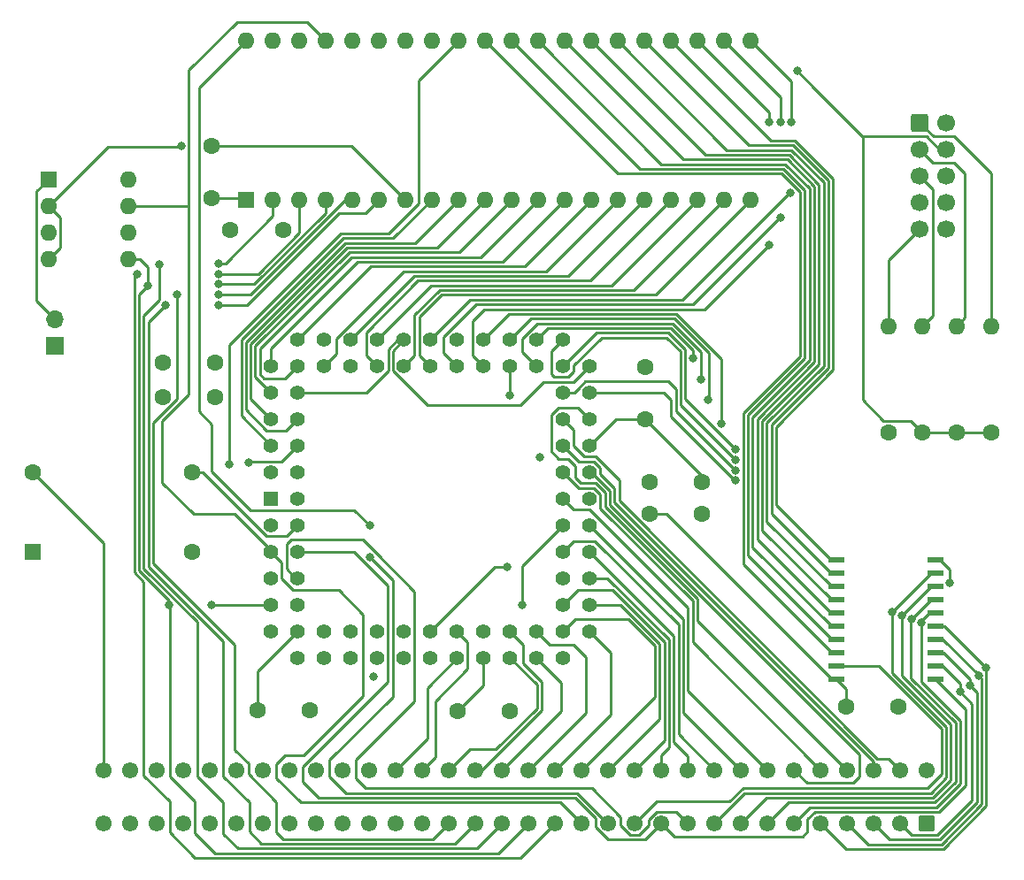
<source format=gbr>
%TF.GenerationSoftware,KiCad,Pcbnew,7.0.5*%
%TF.CreationDate,2024-01-19T11:40:42-07:00*%
%TF.ProjectId,cpu_board,6370755f-626f-4617-9264-2e6b69636164,rev?*%
%TF.SameCoordinates,Original*%
%TF.FileFunction,Copper,L1,Top*%
%TF.FilePolarity,Positive*%
%FSLAX46Y46*%
G04 Gerber Fmt 4.6, Leading zero omitted, Abs format (unit mm)*
G04 Created by KiCad (PCBNEW 7.0.5) date 2024-01-19 11:40:42*
%MOMM*%
%LPD*%
G01*
G04 APERTURE LIST*
G04 Aperture macros list*
%AMRoundRect*
0 Rectangle with rounded corners*
0 $1 Rounding radius*
0 $2 $3 $4 $5 $6 $7 $8 $9 X,Y pos of 4 corners*
0 Add a 4 corners polygon primitive as box body*
4,1,4,$2,$3,$4,$5,$6,$7,$8,$9,$2,$3,0*
0 Add four circle primitives for the rounded corners*
1,1,$1+$1,$2,$3*
1,1,$1+$1,$4,$5*
1,1,$1+$1,$6,$7*
1,1,$1+$1,$8,$9*
0 Add four rect primitives between the rounded corners*
20,1,$1+$1,$2,$3,$4,$5,0*
20,1,$1+$1,$4,$5,$6,$7,0*
20,1,$1+$1,$6,$7,$8,$9,0*
20,1,$1+$1,$8,$9,$2,$3,0*%
G04 Aperture macros list end*
%TA.AperFunction,ComponentPad*%
%ADD10O,1.600000X1.600000*%
%TD*%
%TA.AperFunction,ComponentPad*%
%ADD11C,1.600000*%
%TD*%
%TA.AperFunction,ComponentPad*%
%ADD12RoundRect,0.250000X-0.600000X-0.600000X0.600000X-0.600000X0.600000X0.600000X-0.600000X0.600000X0*%
%TD*%
%TA.AperFunction,ComponentPad*%
%ADD13C,1.700000*%
%TD*%
%TA.AperFunction,ComponentPad*%
%ADD14R,1.700000X1.700000*%
%TD*%
%TA.AperFunction,ComponentPad*%
%ADD15O,1.700000X1.700000*%
%TD*%
%TA.AperFunction,ComponentPad*%
%ADD16R,1.422400X1.422400*%
%TD*%
%TA.AperFunction,ComponentPad*%
%ADD17C,1.422400*%
%TD*%
%TA.AperFunction,SMDPad,CuDef*%
%ADD18R,1.500000X0.600000*%
%TD*%
%TA.AperFunction,ComponentPad*%
%ADD19R,1.600000X1.600000*%
%TD*%
%TA.AperFunction,ComponentPad*%
%ADD20C,1.550000*%
%TD*%
%TA.AperFunction,ComponentPad*%
%ADD21RoundRect,0.249999X0.525001X0.525001X-0.525001X0.525001X-0.525001X-0.525001X0.525001X-0.525001X0*%
%TD*%
%TA.AperFunction,ViaPad*%
%ADD22C,0.800000*%
%TD*%
%TA.AperFunction,Conductor*%
%ADD23C,0.250000*%
%TD*%
G04 APERTURE END LIST*
D10*
%TO.P,R4,2*%
%TO.N,/JTAG.TCK*%
X153050000Y-112920000D03*
D11*
%TO.P,R4,1*%
%TO.N,VCC*%
X153050000Y-123080000D03*
%TD*%
D10*
%TO.P,R3,2*%
%TO.N,/JTAG.TDO*%
X149750000Y-112920000D03*
D11*
%TO.P,R3,1*%
%TO.N,VCC*%
X149750000Y-123080000D03*
%TD*%
D10*
%TO.P,R2,2*%
%TO.N,/JTAG.TMS*%
X146500000Y-112920000D03*
D11*
%TO.P,R2,1*%
%TO.N,VCC*%
X146500000Y-123080000D03*
%TD*%
D10*
%TO.P,R1,2*%
%TO.N,/JTAG.TDI*%
X143250000Y-112920000D03*
D11*
%TO.P,R1,1*%
%TO.N,GND*%
X143250000Y-123080000D03*
%TD*%
D12*
%TO.P,J3,1,TCK*%
%TO.N,/JTAG.TCK*%
X146250000Y-93460000D03*
D13*
%TO.P,J3,2,GND*%
%TO.N,GND*%
X148790000Y-93460000D03*
%TO.P,J3,3,TDO*%
%TO.N,/JTAG.TDO*%
X146250000Y-96000000D03*
%TO.P,J3,4,VCC*%
%TO.N,VCC*%
X148790000Y-96000000D03*
%TO.P,J3,5,TMS*%
%TO.N,/JTAG.TMS*%
X146250000Y-98540000D03*
%TO.P,J3,6,NC*%
%TO.N,unconnected-(J3-NC-Pad6)*%
X148790000Y-98540000D03*
%TO.P,J3,7,NC*%
%TO.N,unconnected-(J3-NC-Pad7)*%
X146250000Y-101080000D03*
%TO.P,J3,8,NC*%
%TO.N,unconnected-(J3-NC-Pad8)*%
X148790000Y-101080000D03*
%TO.P,J3,9,TDI*%
%TO.N,/JTAG.TDI*%
X146250000Y-103620000D03*
%TO.P,J3,10,GND*%
%TO.N,GND*%
X148790000Y-103620000D03*
%TD*%
D14*
%TO.P,SW1,1,1*%
%TO.N,GND*%
X63500000Y-114775000D03*
D15*
%TO.P,SW1,2,2*%
%TO.N,Net-(U3-~{MR})*%
X63500000Y-112235000D03*
%TD*%
D16*
%TO.P,U1,1,GCLR1*%
%TO.N,unconnected-(U1-GCLR1-Pad1)*%
X84160000Y-129440000D03*
D17*
%TO.P,U1,2,GCLK2*%
%TO.N,unconnected-(U1-GCLK2-Pad2)*%
X86700000Y-129440000D03*
%TO.P,U1,3,VCC^{INT}*%
%TO.N,VCC*%
X84160000Y-131980000D03*
%TO.P,U1,4,CLK*%
%TO.N,CLK^{MMU}*%
X86700000Y-131980000D03*
%TO.P,U1,5,~{RES}*%
%TO.N,~{RES}*%
X84160000Y-134520000D03*
%TO.P,U1,6,R/~{W}*%
%TO.N,R{slash}~{W}*%
X86700000Y-134520000D03*
%TO.P,U1,7,GND*%
%TO.N,GND*%
X84160000Y-137060000D03*
%TO.P,U1,8,IOSEL*%
%TO.N,IOSEL*%
X86700000Y-137060000D03*
%TO.P,U1,9,~{INT}^{mem}*%
%TO.N,~{FIRQ}*%
X84160000Y-139600000D03*
%TO.P,U1,10,E*%
%TO.N,CLK^{E}*%
X86700000Y-139600000D03*
%TO.P,U1,11,Q*%
%TO.N,CLK^{Q}*%
X84160000Y-142140000D03*
%TO.P,U1,12,NC*%
%TO.N,unconnected-(U1-NC-Pad12)*%
X86700000Y-144680000D03*
%TO.P,U1,13,VCC^{IO}*%
%TO.N,VCC*%
X86700000Y-142140000D03*
%TO.P,U1,14,JTAG^{TDI}*%
%TO.N,/JTAG.TDI*%
X89240000Y-144680000D03*
%TO.P,U1,15,NC*%
%TO.N,unconnected-(U1-NC-Pad15)*%
X89240000Y-142140000D03*
%TO.P,U1,16,NC*%
%TO.N,unconnected-(U1-NC-Pad16)*%
X91780000Y-144680000D03*
%TO.P,U1,17,NC*%
%TO.N,unconnected-(U1-NC-Pad17)*%
X91780000Y-142140000D03*
%TO.P,U1,18,NC*%
%TO.N,unconnected-(U1-NC-Pad18)*%
X94320000Y-144680000D03*
%TO.P,U1,19,GND*%
%TO.N,GND*%
X94320000Y-142140000D03*
%TO.P,U1,20,NC*%
%TO.N,unconnected-(U1-NC-Pad20)*%
X96860000Y-144680000D03*
%TO.P,U1,21,NC*%
%TO.N,unconnected-(U1-NC-Pad21)*%
X96860000Y-142140000D03*
%TO.P,U1,22,NC*%
%TO.N,unconnected-(U1-NC-Pad22)*%
X99400000Y-144680000D03*
%TO.P,U1,23,JTAG^{TMS}*%
%TO.N,/JTAG.TMS*%
X99400000Y-142140000D03*
%TO.P,U1,24,A^{OUT}19*%
%TO.N,ADDR^{BUS}19*%
X101940000Y-144680000D03*
%TO.P,U1,25,A^{OUT}18*%
%TO.N,ADDR^{BUS}18*%
X101940000Y-142140000D03*
%TO.P,U1,26,VCC^{IO}*%
%TO.N,VCC*%
X104480000Y-144680000D03*
%TO.P,U1,27,NC*%
%TO.N,unconnected-(U1-NC-Pad27)*%
X104480000Y-142140000D03*
%TO.P,U1,28,A^{OUT}17*%
%TO.N,ADDR^{BUS}17*%
X107020000Y-144680000D03*
%TO.P,U1,29,A^{OUT}16*%
%TO.N,ADDR^{BUS}16*%
X107020000Y-142140000D03*
%TO.P,U1,30,A^{OUT}15*%
%TO.N,ADDR^{BUS}15*%
X109560000Y-144680000D03*
%TO.P,U1,31,A^{OUT}14*%
%TO.N,ADDR^{BUS}14*%
X109560000Y-142140000D03*
%TO.P,U1,32,GND*%
%TO.N,GND*%
X112100000Y-144680000D03*
%TO.P,U1,33,A^{OUT}13*%
%TO.N,ADDR^{BUS}13*%
X114640000Y-142140000D03*
%TO.P,U1,34,A^{OUT}12*%
%TO.N,ADDR^{BUS}12*%
X112100000Y-142140000D03*
%TO.P,U1,35,A^{OUT}11*%
%TO.N,ADDR^{BUS}11*%
X114640000Y-139600000D03*
%TO.P,U1,36,A^{OUT}10*%
%TO.N,ADDR^{BUS}10*%
X112100000Y-139600000D03*
%TO.P,U1,37,A^{OUT}9*%
%TO.N,ADDR^{BUS}9*%
X114640000Y-137060000D03*
%TO.P,U1,38,VCC^{IO}*%
%TO.N,VCC*%
X112100000Y-137060000D03*
%TO.P,U1,39,A^{OUT}8*%
%TO.N,ADDR^{BUS}8*%
X114640000Y-134520000D03*
%TO.P,U1,40,A^{OUT}7*%
%TO.N,ADDR^{BUS}7*%
X112100000Y-134520000D03*
%TO.P,U1,41,A^{OUT}6*%
%TO.N,ADDR^{BUS}6*%
X114640000Y-131980000D03*
%TO.P,U1,42,GND*%
%TO.N,GND*%
X112100000Y-131980000D03*
%TO.P,U1,43,VCC^{INT}*%
%TO.N,VCC*%
X114640000Y-129440000D03*
%TO.P,U1,44,A^{OUT}5*%
%TO.N,ADDR^{BUS}5*%
X112100000Y-129440000D03*
%TO.P,U1,45,A^{OUT}4*%
%TO.N,ADDR^{BUS}4*%
X114640000Y-126900000D03*
%TO.P,U1,46,A^{OUT}3*%
%TO.N,ADDR^{BUS}3*%
X112100000Y-126900000D03*
%TO.P,U1,47,GND*%
%TO.N,GND*%
X114640000Y-124360000D03*
%TO.P,U1,48,A^{OUT}2*%
%TO.N,ADDR^{BUS}1*%
X112100000Y-124360000D03*
%TO.P,U1,49,A^{OUT}1*%
%TO.N,ADDR^{BUS}2*%
X114640000Y-121820000D03*
%TO.P,U1,50,A^{OUT}0*%
%TO.N,ADDR^{BUS}0*%
X112100000Y-121820000D03*
%TO.P,U1,51,D7*%
%TO.N,DATA^{BUS}7*%
X114640000Y-119280000D03*
%TO.P,U1,52,D6*%
%TO.N,DATA^{BUS}6*%
X112100000Y-119280000D03*
%TO.P,U1,53,VCC^{IO}*%
%TO.N,VCC*%
X114640000Y-116740000D03*
%TO.P,U1,54,D5*%
%TO.N,DATA^{BUS}5*%
X112100000Y-114200000D03*
%TO.P,U1,55,D4*%
%TO.N,DATA^{BUS}4*%
X112100000Y-116740000D03*
%TO.P,U1,56,D3*%
%TO.N,DATA^{BUS}3*%
X109560000Y-114200000D03*
%TO.P,U1,57,D2*%
%TO.N,DATA^{BUS}2*%
X109560000Y-116740000D03*
%TO.P,U1,58,D1*%
%TO.N,DATA^{BUS}1*%
X107020000Y-114200000D03*
%TO.P,U1,59,GND*%
%TO.N,GND*%
X107020000Y-116740000D03*
%TO.P,U1,60,D0*%
%TO.N,DATA^{BUS}0*%
X104480000Y-114200000D03*
%TO.P,U1,61,A^{IN}15*%
%TO.N,ADDR^{MPU}15*%
X104480000Y-116740000D03*
%TO.P,U1,62,JTAG^{TCK}*%
%TO.N,/JTAG.TCK*%
X101940000Y-114200000D03*
%TO.P,U1,63,A^{IN}14*%
%TO.N,ADDR^{MPU}14*%
X101940000Y-116740000D03*
%TO.P,U1,64,A^{IN}13*%
%TO.N,ADDR^{MPU}13*%
X99400000Y-114200000D03*
%TO.P,U1,65,A^{IN}12*%
%TO.N,ADDR^{MPU}12*%
X99400000Y-116740000D03*
%TO.P,U1,66,VCC^{IO}*%
%TO.N,VCC*%
X96860000Y-114200000D03*
%TO.P,U1,67,A^{IN}11*%
%TO.N,ADDR^{MPU}11*%
X96860000Y-116740000D03*
%TO.P,U1,68,A^{IN}10*%
%TO.N,ADDR^{MPU}10*%
X94320000Y-114200000D03*
%TO.P,U1,69,A^{IN}9*%
%TO.N,ADDR^{MPU}9*%
X94320000Y-116740000D03*
%TO.P,U1,70,A^{IN}8*%
%TO.N,ADDR^{MPU}8*%
X91780000Y-114200000D03*
%TO.P,U1,71,JTAG^{TDO}*%
%TO.N,/JTAG.TDO*%
X91780000Y-116740000D03*
%TO.P,U1,72,GND*%
%TO.N,GND*%
X89240000Y-114200000D03*
%TO.P,U1,73,A^{IN}7*%
%TO.N,ADDR^{MPU}7*%
X89240000Y-116740000D03*
%TO.P,U1,74,A^{IN}6*%
%TO.N,ADDR^{MPU}6*%
X86700000Y-114200000D03*
%TO.P,U1,75,A^{IN}5*%
%TO.N,ADDR^{MPU}5*%
X84160000Y-116740000D03*
%TO.P,U1,76,A^{IN}4*%
%TO.N,ADDR^{MPU}4*%
X86700000Y-116740000D03*
%TO.P,U1,77,A^{IN}3*%
%TO.N,ADDR^{MPU}3*%
X84160000Y-119280000D03*
%TO.P,U1,78,VCC^{IO}*%
%TO.N,VCC*%
X86700000Y-119280000D03*
%TO.P,U1,79,A^{IN}2*%
%TO.N,ADDR^{MPU}2*%
X84160000Y-121820000D03*
%TO.P,U1,80,A^{IN}1*%
%TO.N,ADDR^{MPU}1*%
X86700000Y-121820000D03*
%TO.P,U1,81,A^{IN}0*%
%TO.N,ADDR^{MPU}0*%
X84160000Y-124360000D03*
%TO.P,U1,82,GND*%
%TO.N,GND*%
X86700000Y-124360000D03*
%TO.P,U1,83,GLCK1*%
%TO.N,unconnected-(U1-GLCK1-Pad83)*%
X84160000Y-126900000D03*
%TO.P,U1,84,GOE1*%
%TO.N,unconnected-(U1-GOE1-Pad84)*%
X86700000Y-126900000D03*
%TD*%
D18*
%TO.P,U5,1,~{ba}/ab*%
%TO.N,R{slash}~{W}*%
X147750000Y-146715000D03*
%TO.P,U5,2,A0*%
%TO.N,DATA^{BUS}0*%
X147750000Y-145445000D03*
%TO.P,U5,3,A1*%
%TO.N,DATA^{BUS}1*%
X147750000Y-144175000D03*
%TO.P,U5,4,A2*%
%TO.N,DATA^{BUS}2*%
X147750000Y-142905000D03*
%TO.P,U5,5,A3*%
%TO.N,DATA^{BUS}3*%
X147750000Y-141635000D03*
%TO.P,U5,6,A4*%
%TO.N,DATA^{BUS}4*%
X147750000Y-140365000D03*
%TO.P,U5,7,A5*%
%TO.N,DATA^{BUS}5*%
X147750000Y-139095000D03*
%TO.P,U5,8,A6*%
%TO.N,DATA^{BUS}6*%
X147750000Y-137825000D03*
%TO.P,U5,9,A7*%
%TO.N,DATA^{BUS}7*%
X147750000Y-136555000D03*
%TO.P,U5,10,GND*%
%TO.N,GND*%
X147750000Y-135285000D03*
%TO.P,U5,11,B7*%
%TO.N,DATA^{MPU}7*%
X138250000Y-135285000D03*
%TO.P,U5,12,B6*%
%TO.N,DATA^{MPU}6*%
X138250000Y-136555000D03*
%TO.P,U5,13,B5*%
%TO.N,DATA^{MPU}5*%
X138250000Y-137825000D03*
%TO.P,U5,14,B4*%
%TO.N,DATA^{MPU}4*%
X138250000Y-139095000D03*
%TO.P,U5,15,B3*%
%TO.N,DATA^{MPU}3*%
X138250000Y-140365000D03*
%TO.P,U5,16,B2*%
%TO.N,DATA^{MPU}2*%
X138250000Y-141635000D03*
%TO.P,U5,17,B1*%
%TO.N,DATA^{MPU}1*%
X138250000Y-142905000D03*
%TO.P,U5,18,B0*%
%TO.N,DATA^{MPU}0*%
X138250000Y-144175000D03*
%TO.P,U5,19,CE*%
%TO.N,CLK^{E}*%
X138250000Y-145445000D03*
%TO.P,U5,20,VCC*%
%TO.N,VCC*%
X138250000Y-146715000D03*
%TD*%
D11*
%TO.P,C6,2*%
%TO.N,GND*%
X107000000Y-149750000D03*
%TO.P,C6,1*%
%TO.N,VCC*%
X102000000Y-149750000D03*
%TD*%
%TO.P,C5,1*%
%TO.N,VCC*%
X78800000Y-119700000D03*
%TO.P,C5,2*%
%TO.N,GND*%
X73800000Y-119700000D03*
%TD*%
D19*
%TO.P,U3,1,~{MR}*%
%TO.N,Net-(U3-~{MR})*%
X62880000Y-98880000D03*
D10*
%TO.P,U3,2,VCC*%
%TO.N,VCC*%
X62880000Y-101420000D03*
%TO.P,U3,3,GND*%
%TO.N,GND*%
X62880000Y-103960000D03*
%TO.P,U3,4,PFI*%
%TO.N,VCC*%
X62880000Y-106500000D03*
%TO.P,U3,5,~{PFO}*%
%TO.N,~{FIRQ}*%
X70500000Y-106500000D03*
%TO.P,U3,6,WDI*%
%TO.N,unconnected-(U3-WDI-Pad6)*%
X70500000Y-103960000D03*
%TO.P,U3,7,~{RES}*%
%TO.N,~{RES}*%
X70500000Y-101420000D03*
%TO.P,U3,8,~{WDO}*%
%TO.N,unconnected-(U3-~{WDO}-Pad8)*%
X70500000Y-98880000D03*
%TD*%
D11*
%TO.P,C10,1*%
%TO.N,GND*%
X78475000Y-100685000D03*
%TO.P,C10,2*%
%TO.N,VCC*%
X78475000Y-95685000D03*
%TD*%
D20*
%TO.P,J1,1,GND*%
%TO.N,GND*%
X146898254Y-155425903D03*
%TO.P,J1,2,A0*%
%TO.N,ADDR^{BUS}0*%
X144358254Y-155425903D03*
%TO.P,J1,3,A1*%
%TO.N,ADDR^{BUS}1*%
X141818254Y-155425903D03*
%TO.P,J1,4,A2*%
%TO.N,ADDR^{BUS}2*%
X139278254Y-155425903D03*
%TO.P,J1,5,A3*%
%TO.N,ADDR^{BUS}3*%
X136738254Y-155425903D03*
%TO.P,J1,6,A4*%
%TO.N,ADDR^{BUS}4*%
X134198254Y-155425903D03*
%TO.P,J1,7,A5*%
%TO.N,ADDR^{BUS}5*%
X131658254Y-155425903D03*
%TO.P,J1,8,A6*%
%TO.N,ADDR^{BUS}6*%
X129118254Y-155425903D03*
%TO.P,J1,9,A7*%
%TO.N,ADDR^{BUS}7*%
X126578254Y-155425903D03*
%TO.P,J1,10,A8*%
%TO.N,ADDR^{BUS}8*%
X124038254Y-155425903D03*
%TO.P,J1,11,A9*%
%TO.N,ADDR^{BUS}9*%
X121498254Y-155425903D03*
%TO.P,J1,12,A10*%
%TO.N,ADDR^{BUS}10*%
X118958254Y-155425903D03*
%TO.P,J1,13,A11*%
%TO.N,ADDR^{BUS}11*%
X116418254Y-155425903D03*
%TO.P,J1,14,A12*%
%TO.N,ADDR^{BUS}12*%
X113878254Y-155425903D03*
%TO.P,J1,15,A13*%
%TO.N,ADDR^{BUS}13*%
X111338254Y-155425903D03*
%TO.P,J1,16,A14*%
%TO.N,ADDR^{BUS}14*%
X108798254Y-155425903D03*
%TO.P,J1,17,A15*%
%TO.N,ADDR^{BUS}15*%
X106258254Y-155425903D03*
%TO.P,J1,18,A16*%
%TO.N,ADDR^{BUS}16*%
X103718254Y-155425903D03*
%TO.P,J1,19,A17*%
%TO.N,ADDR^{BUS}17*%
X101178254Y-155425903D03*
%TO.P,J1,20,A18*%
%TO.N,ADDR^{BUS}18*%
X98638254Y-155425903D03*
%TO.P,J1,21,A19*%
%TO.N,ADDR^{BUS}19*%
X96098254Y-155425903D03*
%TO.P,J1,22*%
%TO.N,unconnected-(J1-Pad22)*%
X93558254Y-155425903D03*
%TO.P,J1,23*%
%TO.N,unconnected-(J1-Pad23)*%
X91018254Y-155425903D03*
%TO.P,J1,24*%
%TO.N,unconnected-(J1-Pad24)*%
X88478254Y-155425903D03*
%TO.P,J1,25*%
%TO.N,unconnected-(J1-Pad25)*%
X85938254Y-155425903D03*
%TO.P,J1,26*%
%TO.N,unconnected-(J1-Pad26)*%
X83398254Y-155425903D03*
%TO.P,J1,27*%
%TO.N,unconnected-(J1-Pad27)*%
X80858254Y-155425903D03*
%TO.P,J1,28*%
%TO.N,unconnected-(J1-Pad28)*%
X78318254Y-155425903D03*
%TO.P,J1,29*%
%TO.N,unconnected-(J1-Pad29)*%
X75778254Y-155425903D03*
%TO.P,J1,30*%
%TO.N,unconnected-(J1-Pad30)*%
X73238254Y-155425903D03*
%TO.P,J1,31*%
%TO.N,unconnected-(J1-Pad31)*%
X70698254Y-155425903D03*
%TO.P,J1,32,VCC*%
%TO.N,VCC*%
X68158254Y-155425903D03*
%TO.P,J1,33,VCC*%
X68158254Y-160505903D03*
%TO.P,J1,34*%
%TO.N,unconnected-(J1-Pad34)*%
X70698254Y-160505903D03*
%TO.P,J1,35*%
%TO.N,unconnected-(J1-Pad35)*%
X73238254Y-160505903D03*
%TO.P,J1,36,i^{2}C^{SDA}*%
%TO.N,unconnected-(J1-i^{2}C^{SDA}-Pad36)*%
X75778254Y-160505903D03*
%TO.P,J1,37,i^{2}C^{SCL}*%
%TO.N,unconnected-(J1-i^{2}C^{SCL}-Pad37)*%
X78318254Y-160505903D03*
%TO.P,J1,38,SPI^{~{CS}A2}*%
%TO.N,unconnected-(J1-SPI^{~{CS}A2}-Pad38)*%
X80858254Y-160505903D03*
%TO.P,J1,39,SPI^{~{CS}A1}*%
%TO.N,unconnected-(J1-SPI^{~{CS}A1}-Pad39)*%
X83398254Y-160505903D03*
%TO.P,J1,40,SPI^{~{CS}A0}*%
%TO.N,unconnected-(J1-SPI^{~{CS}A0}-Pad40)*%
X85938254Y-160505903D03*
%TO.P,J1,41,SPI^{CLK}*%
%TO.N,unconnected-(J1-SPI^{CLK}-Pad41)*%
X88478254Y-160505903D03*
%TO.P,J1,42,SPI^{MISO}*%
%TO.N,unconnected-(J1-SPI^{MISO}-Pad42)*%
X91018254Y-160505903D03*
%TO.P,J1,43,SPI^{MOSI}*%
%TO.N,unconnected-(J1-SPI^{MOSI}-Pad43)*%
X93558254Y-160505903D03*
%TO.P,J1,44,CON^{TX}*%
%TO.N,unconnected-(J1-CON^{TX}-Pad44)*%
X96098254Y-160505903D03*
%TO.P,J1,45,CON^{RX}*%
%TO.N,unconnected-(J1-CON^{RX}-Pad45)*%
X98638254Y-160505903D03*
%TO.P,J1,46,B^{STAT}*%
%TO.N,B^{STAT}*%
X101178254Y-160505903D03*
%TO.P,J1,47,B^{AVAIL}*%
%TO.N,B^{AVAIL}*%
X103718254Y-160505903D03*
%TO.P,J1,48,~{NMI}*%
%TO.N,~{NMI}*%
X106258254Y-160505903D03*
%TO.P,J1,49,~{FIRQ}*%
%TO.N,~{FIRQ}*%
X108798254Y-160505903D03*
%TO.P,J1,50,~{IRQ}*%
%TO.N,~{IRQ}*%
X111338254Y-160505903D03*
%TO.P,J1,51,~{RESET}*%
%TO.N,~{RES}*%
X113878254Y-160505903D03*
%TO.P,J1,52,~{HALT}*%
%TO.N,~{HALT}*%
X116418254Y-160505903D03*
%TO.P,J1,53,CLK^{MCU}*%
%TO.N,CLK^{E}*%
X118958254Y-160505903D03*
%TO.P,J1,54,R/~{W}*%
%TO.N,R{slash}~{W}*%
X121498254Y-160505903D03*
%TO.P,J1,55,IOSEL*%
%TO.N,IOSEL*%
X124038254Y-160505903D03*
%TO.P,J1,56,D7*%
%TO.N,DATA^{BUS}7*%
X126578254Y-160505903D03*
%TO.P,J1,57,D6*%
%TO.N,DATA^{BUS}6*%
X129118254Y-160505903D03*
%TO.P,J1,58,D5*%
%TO.N,DATA^{BUS}5*%
X131658254Y-160505903D03*
%TO.P,J1,59,D4*%
%TO.N,DATA^{BUS}4*%
X134198254Y-160505903D03*
%TO.P,J1,60,D3*%
%TO.N,DATA^{BUS}3*%
X136738254Y-160505903D03*
%TO.P,J1,61,D2*%
%TO.N,DATA^{BUS}2*%
X139278254Y-160505903D03*
%TO.P,J1,62,D1*%
%TO.N,DATA^{BUS}1*%
X141818254Y-160505903D03*
%TO.P,J1,63,D0*%
%TO.N,DATA^{BUS}0*%
X144358254Y-160505903D03*
D21*
%TO.P,J1,64,GND*%
%TO.N,GND*%
X146898254Y-160505903D03*
%TD*%
D11*
%TO.P,C3,1*%
%TO.N,VCC*%
X85300000Y-103700000D03*
%TO.P,C3,2*%
%TO.N,GND*%
X80300000Y-103700000D03*
%TD*%
%TO.P,C2,1*%
%TO.N,VCC*%
X78800000Y-116400000D03*
%TO.P,C2,2*%
%TO.N,GND*%
X73800000Y-116400000D03*
%TD*%
%TO.P,C7,1*%
%TO.N,VCC*%
X82900000Y-149700000D03*
%TO.P,C7,2*%
%TO.N,GND*%
X87900000Y-149700000D03*
%TD*%
D19*
%TO.P,U2,1,GND*%
%TO.N,GND*%
X81775000Y-100825000D03*
D10*
%TO.P,U2,2,~{NMI}*%
%TO.N,~{NMI}*%
X84315000Y-100825000D03*
%TO.P,U2,3,~{IRQ}*%
%TO.N,~{IRQ}*%
X86855000Y-100825000D03*
%TO.P,U2,4,~{FIRQ}*%
%TO.N,~{FIRQ}*%
X89395000Y-100825000D03*
%TO.P,U2,5,B^{STAT}*%
%TO.N,B^{STAT}*%
X91935000Y-100825000D03*
%TO.P,U2,6,B^{AVAIL}*%
%TO.N,B^{AVAIL}*%
X94475000Y-100825000D03*
%TO.P,U2,7,VCC*%
%TO.N,VCC*%
X97015000Y-100825000D03*
%TO.P,U2,8,A0*%
%TO.N,ADDR^{MPU}0*%
X99555000Y-100825000D03*
%TO.P,U2,9,A1*%
%TO.N,ADDR^{MPU}1*%
X102095000Y-100825000D03*
%TO.P,U2,10,A2*%
%TO.N,ADDR^{MPU}2*%
X104635000Y-100825000D03*
%TO.P,U2,11,A3*%
%TO.N,ADDR^{MPU}3*%
X107175000Y-100825000D03*
%TO.P,U2,12,A4*%
%TO.N,ADDR^{MPU}4*%
X109715000Y-100825000D03*
%TO.P,U2,13,A5*%
%TO.N,ADDR^{MPU}5*%
X112255000Y-100825000D03*
%TO.P,U2,14,A6*%
%TO.N,ADDR^{MPU}6*%
X114795000Y-100825000D03*
%TO.P,U2,15,A7*%
%TO.N,ADDR^{MPU}7*%
X117335000Y-100825000D03*
%TO.P,U2,16,A8*%
%TO.N,ADDR^{MPU}8*%
X119875000Y-100825000D03*
%TO.P,U2,17,A9*%
%TO.N,ADDR^{MPU}9*%
X122415000Y-100825000D03*
%TO.P,U2,18,A10*%
%TO.N,ADDR^{MPU}10*%
X124955000Y-100825000D03*
%TO.P,U2,19,A11*%
%TO.N,ADDR^{MPU}11*%
X127495000Y-100825000D03*
%TO.P,U2,20,A12*%
%TO.N,ADDR^{MPU}12*%
X130035000Y-100825000D03*
%TO.P,U2,21,A13*%
%TO.N,ADDR^{MPU}13*%
X130035000Y-85585000D03*
%TO.P,U2,22,A14*%
%TO.N,ADDR^{MPU}14*%
X127495000Y-85585000D03*
%TO.P,U2,23,A15*%
%TO.N,ADDR^{MPU}15*%
X124955000Y-85585000D03*
%TO.P,U2,24,D7*%
%TO.N,DATA^{MPU}7*%
X122415000Y-85585000D03*
%TO.P,U2,25,D6*%
%TO.N,DATA^{MPU}6*%
X119875000Y-85585000D03*
%TO.P,U2,26,D5*%
%TO.N,DATA^{MPU}5*%
X117335000Y-85585000D03*
%TO.P,U2,27,D4*%
%TO.N,DATA^{MPU}4*%
X114795000Y-85585000D03*
%TO.P,U2,28,D3*%
%TO.N,DATA^{MPU}3*%
X112255000Y-85585000D03*
%TO.P,U2,29,D2*%
%TO.N,DATA^{MPU}2*%
X109715000Y-85585000D03*
%TO.P,U2,30,D1*%
%TO.N,DATA^{MPU}1*%
X107175000Y-85585000D03*
%TO.P,U2,31,D0*%
%TO.N,DATA^{MPU}0*%
X104635000Y-85585000D03*
%TO.P,U2,32,R/~{W}*%
%TO.N,R{slash}~{W}*%
X102095000Y-85585000D03*
%TO.P,U2,33,BUSY*%
%TO.N,unconnected-(U2-BUSY-Pad33)*%
X99555000Y-85585000D03*
%TO.P,U2,34,E*%
%TO.N,CLK^{E}*%
X97015000Y-85585000D03*
%TO.P,U2,35,Q*%
%TO.N,CLK^{Q}*%
X94475000Y-85585000D03*
%TO.P,U2,36,AVMA*%
%TO.N,unconnected-(U2-AVMA-Pad36)*%
X91935000Y-85585000D03*
%TO.P,U2,37,~{RESET}*%
%TO.N,~{RES}*%
X89395000Y-85585000D03*
%TO.P,U2,38,LIC*%
%TO.N,unconnected-(U2-LIC-Pad38)*%
X86855000Y-85585000D03*
%TO.P,U2,39,TSC*%
%TO.N,unconnected-(U2-TSC-Pad39)*%
X84315000Y-85585000D03*
%TO.P,U2,40,~{HALT}*%
%TO.N,~{HALT}*%
X81775000Y-85585000D03*
%TD*%
D11*
%TO.P,C11,1*%
%TO.N,GND*%
X144200000Y-149300000D03*
%TO.P,C11,2*%
%TO.N,VCC*%
X139200000Y-149300000D03*
%TD*%
D19*
%TO.P,X2,1,EN*%
%TO.N,unconnected-(X2-EN-Pad1)*%
X61380000Y-134510000D03*
D11*
%TO.P,X2,7,GND*%
%TO.N,GND*%
X76620000Y-134510000D03*
%TO.P,X2,8,OUT*%
%TO.N,CLK^{MMU}*%
X76620000Y-126890000D03*
%TO.P,X2,14,Vcc*%
%TO.N,VCC*%
X61380000Y-126890000D03*
%TD*%
%TO.P,C9,1*%
%TO.N,VCC*%
X120400000Y-127800000D03*
%TO.P,C9,2*%
%TO.N,GND*%
X125400000Y-127800000D03*
%TD*%
%TO.P,C4,1*%
%TO.N,VCC*%
X120000000Y-116800000D03*
%TO.P,C4,2*%
%TO.N,GND*%
X120000000Y-121800000D03*
%TD*%
%TO.P,C8,1*%
%TO.N,VCC*%
X120400000Y-130900000D03*
%TO.P,C8,2*%
%TO.N,GND*%
X125400000Y-130900000D03*
%TD*%
D22*
%TO.N,VCC*%
X75575500Y-95685000D03*
X134500000Y-88500000D03*
%TO.N,GND*%
X149098754Y-137495062D03*
X108200000Y-139600000D03*
X109900000Y-125500000D03*
X82000000Y-126000000D03*
X107000000Y-119500000D03*
X94000000Y-146500000D03*
%TO.N,R{slash}~{W}*%
X80200000Y-126165500D03*
%TO.N,~{FIRQ}*%
X74419503Y-139580497D03*
X79200000Y-108900497D03*
X78500000Y-139600000D03*
X72400000Y-108999503D03*
%TO.N,~{NMI}*%
X73500000Y-107000000D03*
X79200000Y-106900000D03*
%TO.N,~{IRQ}*%
X71400000Y-107900000D03*
X79200000Y-107900994D03*
%TO.N,B^{STAT}*%
X75200000Y-109900000D03*
X79200000Y-109900000D03*
%TO.N,B^{AVAIL}*%
X79200000Y-110899503D03*
X74100000Y-110899503D03*
%TO.N,~{HALT}*%
X93600000Y-132000000D03*
X93600000Y-135000000D03*
%TO.N,DATA^{BUS}0*%
X127237701Y-122262299D03*
X150100000Y-147900000D03*
%TO.N,DATA^{BUS}1*%
X126000000Y-120000000D03*
X151001996Y-147264001D03*
%TO.N,DATA^{BUS}2*%
X125300000Y-118000000D03*
X151875500Y-146400000D03*
%TO.N,DATA^{BUS}3*%
X152600000Y-145637918D03*
X124524500Y-116000000D03*
%TO.N,DATA^{BUS}4*%
X146400000Y-141300000D03*
X128625500Y-124700000D03*
%TO.N,DATA^{BUS}5*%
X128600000Y-125700000D03*
X145435863Y-140950949D03*
%TO.N,DATA^{BUS}6*%
X144500000Y-140600000D03*
X128600000Y-126699503D03*
%TO.N,DATA^{BUS}7*%
X143559914Y-140260524D03*
X128600000Y-127699006D03*
%TO.N,/JTAG.TMS*%
X106800000Y-135999500D03*
%TO.N,ADDR^{MPU}15*%
X131800000Y-105100000D03*
X131800000Y-93363059D03*
%TO.N,ADDR^{MPU}14*%
X132900000Y-102500000D03*
X132900000Y-93400000D03*
%TO.N,ADDR^{MPU}13*%
X133900000Y-93400000D03*
X133837701Y-100162299D03*
%TD*%
D23*
%TO.N,VCC*%
X102000000Y-149750000D02*
X104480000Y-147270000D01*
X104480000Y-147270000D02*
X104480000Y-144680000D01*
%TO.N,ADDR^{BUS}16*%
X110050000Y-146950000D02*
X108300000Y-145200000D01*
X108300000Y-145200000D02*
X108300000Y-143420000D01*
X104301484Y-155425903D02*
X110050000Y-149677387D01*
X108300000Y-143420000D02*
X107020000Y-142140000D01*
X103718254Y-155425903D02*
X104301484Y-155425903D01*
X110050000Y-149677387D02*
X110050000Y-146950000D01*
%TO.N,IOSEL*%
X86560000Y-137060000D02*
X86700000Y-137060000D01*
X85663800Y-136163800D02*
X86560000Y-137060000D01*
X85663800Y-133736200D02*
X85663800Y-136163800D01*
X92925305Y-133300000D02*
X86100000Y-133300000D01*
X94325000Y-134699695D02*
X92925305Y-133300000D01*
X86100000Y-133300000D02*
X85663800Y-133736200D01*
X94325000Y-134725000D02*
X94325000Y-134699695D01*
X97913800Y-148836200D02*
X97913800Y-138313800D01*
X92300000Y-154450000D02*
X97913800Y-148836200D01*
X97913800Y-138313800D02*
X94325000Y-134725000D01*
X93250000Y-157150000D02*
X92300000Y-156200000D01*
X92300000Y-156200000D02*
X92300000Y-154450000D01*
X114850000Y-157150000D02*
X93250000Y-157150000D01*
X117600000Y-159900000D02*
X114850000Y-157150000D01*
X118502619Y-161605903D02*
X117600000Y-160703284D01*
X120300000Y-160719792D02*
X119413889Y-161605903D01*
X119413889Y-161605903D02*
X118502619Y-161605903D01*
X117600000Y-160703284D02*
X117600000Y-159900000D01*
X122938254Y-159405903D02*
X121042619Y-159405903D01*
X121042619Y-159405903D02*
X120300000Y-160148522D01*
X124038254Y-160505903D02*
X122938254Y-159405903D01*
X120300000Y-160148522D02*
X120300000Y-160719792D01*
%TO.N,~{HALT}*%
X95800000Y-137200000D02*
X93600000Y-135000000D01*
X95800000Y-139900000D02*
X95800000Y-137200000D01*
X95806200Y-139906200D02*
X95800000Y-139900000D01*
X95806200Y-148393800D02*
X95806200Y-139906200D01*
X89750000Y-156000000D02*
X89750000Y-154450000D01*
X91350000Y-157600000D02*
X89750000Y-156000000D01*
X113436396Y-157600000D02*
X91350000Y-157600000D01*
X116342299Y-160505903D02*
X113436396Y-157600000D01*
X116418254Y-160505903D02*
X116342299Y-160505903D01*
X89750000Y-154450000D02*
X95806200Y-148393800D01*
%TO.N,B^{STAT}*%
X75200000Y-119890991D02*
X75200000Y-109900000D01*
X72900000Y-122190991D02*
X75200000Y-119890991D01*
X72900000Y-135600000D02*
X72900000Y-122190991D01*
X80700000Y-143400000D02*
X72900000Y-135600000D01*
X82000000Y-154750000D02*
X80700000Y-153450000D01*
X84700000Y-158450000D02*
X82000000Y-155750000D01*
X85300000Y-162000000D02*
X84700000Y-161400000D01*
X84700000Y-161400000D02*
X84700000Y-158450000D01*
X99684157Y-162000000D02*
X85300000Y-162000000D01*
X82000000Y-155750000D02*
X82000000Y-154750000D01*
X80700000Y-153450000D02*
X80700000Y-143400000D01*
X101178254Y-160505903D02*
X99684157Y-162000000D01*
%TO.N,R{slash}~{W}*%
X119948254Y-162055903D02*
X121498254Y-160505903D01*
X116412619Y-162055903D02*
X119948254Y-162055903D01*
X115200000Y-160843284D02*
X116412619Y-162055903D01*
X115200000Y-160000000D02*
X115200000Y-160843284D01*
X113250000Y-158050000D02*
X115200000Y-160000000D01*
X88750000Y-158050000D02*
X113250000Y-158050000D01*
X87200000Y-156500000D02*
X88750000Y-158050000D01*
X87200000Y-155099261D02*
X87200000Y-156500000D01*
X95356200Y-146943061D02*
X87200000Y-155099261D01*
X95350000Y-137775305D02*
X95350000Y-140086396D01*
X95356200Y-140092596D02*
X95356200Y-146943061D01*
X92875000Y-135300305D02*
X95350000Y-137775305D01*
X92875000Y-135275000D02*
X92875000Y-135300305D01*
X86720000Y-134500000D02*
X92100000Y-134500000D01*
X86700000Y-134520000D02*
X86720000Y-134500000D01*
X92100000Y-134500000D02*
X92875000Y-135275000D01*
X95350000Y-140086396D02*
X95356200Y-140092596D01*
%TO.N,~{RES}*%
X85200000Y-135560000D02*
X84160000Y-134520000D01*
X85200000Y-137100000D02*
X85200000Y-135560000D01*
X86300000Y-138200000D02*
X85200000Y-137100000D01*
X90700000Y-138200000D02*
X86300000Y-138200000D01*
X93000000Y-140500000D02*
X90700000Y-138200000D01*
X93000000Y-148300000D02*
X93000000Y-140500000D01*
X84700000Y-154800000D02*
X85500000Y-154000000D01*
X85500000Y-154000000D02*
X87300000Y-154000000D01*
X84700000Y-156200000D02*
X84700000Y-154800000D01*
X87000000Y-158500000D02*
X84700000Y-156200000D01*
X111872351Y-158500000D02*
X87000000Y-158500000D01*
X113878254Y-160505903D02*
X111872351Y-158500000D01*
X87300000Y-154000000D02*
X93000000Y-148300000D01*
%TO.N,VCC*%
X148098934Y-96000000D02*
X146851584Y-94752650D01*
X146851584Y-94752650D02*
X140897350Y-94752650D01*
X148790000Y-96000000D02*
X148098934Y-96000000D01*
X140897350Y-94752650D02*
X140825000Y-94825000D01*
X140825000Y-119995991D02*
X140825000Y-94825000D01*
X142784009Y-121955000D02*
X140825000Y-119995991D01*
X140825000Y-94825000D02*
X136125000Y-90125000D01*
X136125000Y-90125000D02*
X136500000Y-90500000D01*
X134500000Y-88500000D02*
X136125000Y-90125000D01*
%TO.N,/JTAG.TCK*%
X147540000Y-94750000D02*
X146250000Y-93460000D01*
X149500000Y-94750000D02*
X147540000Y-94750000D01*
X153050000Y-112920000D02*
X153050000Y-98300000D01*
X153050000Y-98300000D02*
X149500000Y-94750000D01*
%TO.N,/JTAG.TMS*%
X147500000Y-99790000D02*
X146250000Y-98540000D01*
X147500000Y-111920000D02*
X147500000Y-99790000D01*
X146500000Y-112920000D02*
X147500000Y-111920000D01*
%TO.N,/JTAG.TDO*%
X150549999Y-98299999D02*
X149500000Y-97250000D01*
X149500000Y-97250000D02*
X147500000Y-97250000D01*
X150549999Y-112120001D02*
X150549999Y-98299999D01*
X149750000Y-112920000D02*
X150549999Y-112120001D01*
X147500000Y-97250000D02*
X146250000Y-96000000D01*
%TO.N,/JTAG.TDI*%
X143250000Y-106620000D02*
X146250000Y-103620000D01*
X143250000Y-112920000D02*
X143250000Y-106620000D01*
%TO.N,VCC*%
X146500000Y-123080000D02*
X145375000Y-121955000D01*
X136292500Y-145207500D02*
X121985000Y-130900000D01*
X136542500Y-145457500D02*
X136292500Y-145207500D01*
X145375000Y-121955000D02*
X142784009Y-121955000D01*
X146500000Y-123080000D02*
X153050000Y-123080000D01*
X96300000Y-114200000D02*
X95400000Y-115100000D01*
X68575256Y-95724744D02*
X62880000Y-101420000D01*
X61380000Y-126890000D02*
X68158254Y-133668254D01*
X68158254Y-133668254D02*
X68158254Y-155425903D01*
X95400000Y-117200000D02*
X93320000Y-119280000D01*
X82900000Y-149700000D02*
X82900000Y-145940000D01*
X95400000Y-115100000D02*
X95400000Y-117200000D01*
X75575500Y-95685000D02*
X75535756Y-95724744D01*
X121985000Y-130900000D02*
X120400000Y-130900000D01*
X99154591Y-120500000D02*
X95800000Y-117145409D01*
X108000000Y-120500000D02*
X99154591Y-120500000D01*
X96860000Y-114200000D02*
X96300000Y-114200000D01*
X139200000Y-147665000D02*
X138250000Y-146715000D01*
X139200000Y-149300000D02*
X139200000Y-147665000D01*
X137800000Y-146715000D02*
X136542500Y-145457500D01*
X64005000Y-105375000D02*
X64005000Y-102545000D01*
X114640000Y-116740000D02*
X113153800Y-118226200D01*
X138250000Y-146715000D02*
X137800000Y-146715000D01*
X93320000Y-119280000D02*
X86700000Y-119280000D01*
X82900000Y-145940000D02*
X86700000Y-142140000D01*
X113153800Y-118226200D02*
X110273800Y-118226200D01*
X64005000Y-102545000D02*
X62880000Y-101420000D01*
X110273800Y-118226200D02*
X108000000Y-120500000D01*
X75535756Y-95724744D02*
X68575256Y-95724744D01*
X95800000Y-115260000D02*
X96860000Y-114200000D01*
X78475000Y-95685000D02*
X91875000Y-95685000D01*
X91875000Y-95685000D02*
X97015000Y-100825000D01*
X62880000Y-106500000D02*
X64005000Y-105375000D01*
X95800000Y-117145409D02*
X95800000Y-115260000D01*
%TO.N,GND*%
X108200000Y-139600000D02*
X108200000Y-135880000D01*
X107020000Y-116740000D02*
X107020000Y-119480000D01*
X125400000Y-127200000D02*
X120000000Y-121800000D01*
X147750000Y-135285000D02*
X148200000Y-135285000D01*
X107020000Y-119480000D02*
X107000000Y-119500000D01*
X81635000Y-100685000D02*
X81775000Y-100825000D01*
X148200000Y-135285000D02*
X149098754Y-136183754D01*
X108200000Y-135880000D02*
X112100000Y-131980000D01*
X117200000Y-121800000D02*
X120000000Y-121800000D01*
X85196200Y-125863800D02*
X82136200Y-125863800D01*
X82136200Y-125863800D02*
X82000000Y-126000000D01*
X114640000Y-124360000D02*
X117200000Y-121800000D01*
X125400000Y-127800000D02*
X125400000Y-127200000D01*
X149098754Y-136183754D02*
X149098754Y-137495062D01*
X78475000Y-100685000D02*
X81635000Y-100685000D01*
X86700000Y-124360000D02*
X85196200Y-125863800D01*
%TO.N,~{RES}*%
X76300000Y-119463604D02*
X73750000Y-122013604D01*
X80700000Y-130900000D02*
X84160000Y-134360000D01*
X76763604Y-130900000D02*
X80700000Y-130900000D01*
X87610000Y-83800000D02*
X80900000Y-83800000D01*
X70500000Y-101420000D02*
X76220000Y-101420000D01*
X84160000Y-134360000D02*
X84160000Y-134520000D01*
X89395000Y-85585000D02*
X87610000Y-83800000D01*
X76220000Y-101420000D02*
X76300000Y-101500000D01*
X73750000Y-122013604D02*
X73750000Y-127886396D01*
X80900000Y-83800000D02*
X76300000Y-88400000D01*
X73750000Y-127886396D02*
X76763604Y-130900000D01*
X76300000Y-101500000D02*
X76300000Y-119463604D01*
X76300000Y-88400000D02*
X76300000Y-101500000D01*
%TO.N,R{slash}~{W}*%
X150600000Y-156845584D02*
X148039681Y-159405903D01*
X122792351Y-161800000D02*
X121498254Y-160505903D01*
X135500000Y-160100000D02*
X135500000Y-161300000D01*
X80200000Y-126165500D02*
X80200000Y-114727208D01*
X147750000Y-146715000D02*
X150600000Y-149565000D01*
X150600000Y-149565000D02*
X150600000Y-156845584D01*
X98300000Y-89380000D02*
X102095000Y-85585000D01*
X80200000Y-114727208D02*
X90877208Y-104050000D01*
X98300000Y-101200000D02*
X98300000Y-89380000D01*
X90877208Y-104050000D02*
X95450000Y-104050000D01*
X148039681Y-159405903D02*
X136194097Y-159405903D01*
X135500000Y-161300000D02*
X135000000Y-161800000D01*
X135000000Y-161800000D02*
X122792351Y-161800000D01*
X95450000Y-104050000D02*
X98300000Y-101200000D01*
X136194097Y-159405903D02*
X135500000Y-160100000D01*
%TO.N,~{FIRQ}*%
X71550000Y-136322792D02*
X71550000Y-109849503D01*
X74419503Y-139192295D02*
X71550000Y-136322792D01*
X78789792Y-163350000D02*
X105954157Y-163350000D01*
X74419503Y-139580497D02*
X74500000Y-139660994D01*
X76878254Y-158378254D02*
X76878254Y-161438462D01*
X82572295Y-108900497D02*
X79200000Y-108900497D01*
X78500000Y-139600000D02*
X84160000Y-139600000D01*
X71631370Y-106500000D02*
X72400000Y-107268630D01*
X89395000Y-100825000D02*
X89395000Y-102077792D01*
X105954157Y-163350000D02*
X108798254Y-160505903D01*
X74500000Y-156000000D02*
X76878254Y-158378254D01*
X74419503Y-139580497D02*
X74419503Y-139192295D01*
X89395000Y-102077792D02*
X82572295Y-108900497D01*
X76878254Y-161438462D02*
X78789792Y-163350000D01*
X70500000Y-106500000D02*
X71631370Y-106500000D01*
X74500000Y-139660994D02*
X74500000Y-156000000D01*
X72400000Y-107268630D02*
X72400000Y-108999503D01*
X71550000Y-109849503D02*
X72400000Y-108999503D01*
%TO.N,CLK^{E}*%
X129347761Y-157100000D02*
X147000000Y-157100000D01*
X121064157Y-158400000D02*
X128047761Y-158400000D01*
X147000000Y-157100000D02*
X148300000Y-155800000D01*
X148300000Y-151445584D02*
X142299416Y-145445000D01*
X148300000Y-155800000D02*
X148300000Y-151445584D01*
X118958254Y-160505903D02*
X121064157Y-158400000D01*
X142299416Y-145445000D02*
X138250000Y-145445000D01*
X128047761Y-158400000D02*
X129347761Y-157100000D01*
%TO.N,CLK^{MMU}*%
X77604591Y-126890000D02*
X76620000Y-126890000D01*
X85663800Y-133016200D02*
X83730791Y-133016200D01*
X86700000Y-131980000D02*
X85663800Y-133016200D01*
X83730791Y-133016200D02*
X77604591Y-126890000D01*
%TO.N,~{NMI}*%
X81000000Y-162900000D02*
X79600000Y-161500000D01*
X84315000Y-100825000D02*
X84315000Y-102385000D01*
X77100000Y-156000000D02*
X77100000Y-141236396D01*
X77100000Y-141236396D02*
X72000000Y-136136396D01*
X73500000Y-110400000D02*
X73500000Y-107000000D01*
X106258254Y-160505903D02*
X103864157Y-162900000D01*
X84315000Y-102385000D02*
X79800000Y-106900000D01*
X72000000Y-136136396D02*
X72000000Y-111900000D01*
X72000000Y-111900000D02*
X73500000Y-110400000D01*
X79600000Y-158500000D02*
X77100000Y-156000000D01*
X79800000Y-106900000D02*
X79200000Y-106900000D01*
X103864157Y-162900000D02*
X81000000Y-162900000D01*
X79600000Y-161500000D02*
X79600000Y-158500000D01*
%TO.N,~{IRQ}*%
X74500000Y-158400000D02*
X74500000Y-161400000D01*
X82935402Y-107900994D02*
X79200000Y-107900994D01*
X76900000Y-163800000D02*
X108044157Y-163800000D01*
X72000000Y-155900000D02*
X74500000Y-158400000D01*
X86855000Y-103981396D02*
X82935402Y-107900994D01*
X71100000Y-108200000D02*
X71100000Y-136509188D01*
X71400000Y-107900000D02*
X71100000Y-108200000D01*
X74500000Y-161400000D02*
X76900000Y-163800000D01*
X86855000Y-100825000D02*
X86855000Y-103981396D01*
X72000000Y-137409188D02*
X72000000Y-155900000D01*
X108044157Y-163800000D02*
X111338254Y-160505903D01*
X71100000Y-136509188D02*
X72000000Y-137409188D01*
%TO.N,B^{STAT}*%
X91935000Y-100825000D02*
X91275000Y-100825000D01*
X89845000Y-102264188D02*
X82209188Y-109900000D01*
X82209188Y-109900000D02*
X79200000Y-109900000D01*
X89845000Y-102255000D02*
X89845000Y-102264188D01*
X91275000Y-100825000D02*
X89845000Y-102255000D01*
%TO.N,B^{AVAIL}*%
X81846081Y-110899503D02*
X90645584Y-102100000D01*
X83250000Y-162450000D02*
X82100000Y-161300000D01*
X90645584Y-102100000D02*
X93200000Y-102100000D01*
X79200000Y-110899503D02*
X81846081Y-110899503D01*
X82100000Y-161300000D02*
X82100000Y-158490873D01*
X103718254Y-160505903D02*
X101774157Y-162450000D01*
X79600000Y-143100000D02*
X72450000Y-135950000D01*
X79600000Y-155990873D02*
X79600000Y-143100000D01*
X72450000Y-112549503D02*
X74100000Y-110899503D01*
X82100000Y-158490873D02*
X79600000Y-155990873D01*
X93200000Y-102100000D02*
X94475000Y-100825000D01*
X101774157Y-162450000D02*
X83250000Y-162450000D01*
X72450000Y-135950000D02*
X72450000Y-112549503D01*
%TO.N,~{HALT}*%
X81775000Y-85585000D02*
X77300000Y-90060000D01*
X78500000Y-122300000D02*
X78500000Y-126800000D01*
X77300000Y-121100000D02*
X78500000Y-122300000D01*
X82200000Y-130500000D02*
X92100000Y-130500000D01*
X78500000Y-126800000D02*
X82200000Y-130500000D01*
X77300000Y-90060000D02*
X77300000Y-121100000D01*
X92100000Y-130500000D02*
X93600000Y-132000000D01*
%TO.N,DATA^{BUS}0*%
X150100000Y-147100000D02*
X148445000Y-145445000D01*
X150100000Y-147900000D02*
X150100000Y-147100000D01*
X122950000Y-111750000D02*
X106930000Y-111750000D01*
X148445000Y-145445000D02*
X147750000Y-145445000D01*
X151250000Y-158300000D02*
X147944097Y-161605903D01*
X151250000Y-149050000D02*
X151250000Y-158300000D01*
X145458254Y-161605903D02*
X144358254Y-160505903D01*
X127275485Y-122224515D02*
X127275485Y-116075485D01*
X150100000Y-147900000D02*
X151250000Y-149050000D01*
X127275485Y-116075485D02*
X122950000Y-111750000D01*
X106930000Y-111750000D02*
X104480000Y-114200000D01*
X147944097Y-161605903D02*
X145458254Y-161605903D01*
X127237701Y-122262299D02*
X127275485Y-122224515D01*
%TO.N,DATA^{BUS}1*%
X126025000Y-119975000D02*
X126025000Y-115461396D01*
X151700000Y-147962005D02*
X151700000Y-158486396D01*
X151001996Y-146701996D02*
X148475000Y-144175000D01*
X126025000Y-115461396D02*
X122763604Y-112200000D01*
X151001996Y-147264001D02*
X151001996Y-146701996D01*
X151700000Y-158486396D02*
X148130493Y-162055903D01*
X126000000Y-120000000D02*
X126025000Y-119975000D01*
X143368254Y-162055903D02*
X141818254Y-160505903D01*
X148130493Y-162055903D02*
X143368254Y-162055903D01*
X109020000Y-112200000D02*
X107020000Y-114200000D01*
X148475000Y-144175000D02*
X147750000Y-144175000D01*
X122763604Y-112200000D02*
X109020000Y-112200000D01*
X151001996Y-147264001D02*
X151700000Y-147962005D01*
%TO.N,DATA^{BUS}2*%
X109540000Y-116740000D02*
X109560000Y-116740000D01*
X141278254Y-162505903D02*
X139278254Y-160505903D01*
X152150000Y-146674500D02*
X152150000Y-158672792D01*
X151875500Y-146325873D02*
X148454627Y-142905000D01*
X151875500Y-146400000D02*
X151875500Y-146325873D01*
X148316889Y-162505903D02*
X141278254Y-162505903D01*
X122577208Y-112650000D02*
X109644591Y-112650000D01*
X148454627Y-142905000D02*
X147750000Y-142905000D01*
X151875500Y-146400000D02*
X152150000Y-146674500D01*
X108200000Y-114094591D02*
X108200000Y-115400000D01*
X108200000Y-115400000D02*
X109540000Y-116740000D01*
X109644591Y-112650000D02*
X108200000Y-114094591D01*
X152150000Y-158672792D02*
X148316889Y-162505903D01*
X125300000Y-115372792D02*
X122577208Y-112650000D01*
X125300000Y-118000000D02*
X125300000Y-115372792D01*
%TO.N,DATA^{BUS}3*%
X152600000Y-158859188D02*
X148503285Y-162955903D01*
X124500000Y-115209188D02*
X122390812Y-113100000D01*
X148597082Y-141635000D02*
X147750000Y-141635000D01*
X152600000Y-145637918D02*
X152600000Y-158859188D01*
X148503285Y-162955903D02*
X139188254Y-162955903D01*
X152600000Y-145637918D02*
X148597082Y-141635000D01*
X124500000Y-115975500D02*
X124500000Y-115209188D01*
X124524500Y-116000000D02*
X124500000Y-115975500D01*
X110660000Y-113100000D02*
X109560000Y-114200000D01*
X122390812Y-113100000D02*
X110660000Y-113100000D01*
X139188254Y-162955903D02*
X136738254Y-160505903D01*
%TO.N,DATA^{BUS}4*%
X123800000Y-119874500D02*
X123800000Y-115145584D01*
X146300000Y-141200000D02*
X147135000Y-140365000D01*
X146400000Y-141300000D02*
X146300000Y-141200000D01*
X147135000Y-140365000D02*
X147750000Y-140365000D01*
X122204416Y-113550000D02*
X115290000Y-113550000D01*
X150100000Y-150700000D02*
X146400000Y-147000000D01*
X135754157Y-158950000D02*
X147859188Y-158950000D01*
X150100000Y-156709188D02*
X150100000Y-150700000D01*
X147859188Y-158950000D02*
X150100000Y-156709188D01*
X123800000Y-115145584D02*
X122204416Y-113550000D01*
X128625500Y-124700000D02*
X123800000Y-119874500D01*
X146400000Y-147000000D02*
X146400000Y-141300000D01*
X115290000Y-113550000D02*
X112100000Y-116740000D01*
X134198254Y-160505903D02*
X135754157Y-158950000D01*
%TO.N,DATA^{BUS}5*%
X149650000Y-150886396D02*
X149650000Y-156522792D01*
X111000000Y-117500000D02*
X111000000Y-115300000D01*
X149650000Y-156522792D02*
X147672792Y-158500000D01*
X147672792Y-158500000D02*
X133664157Y-158500000D01*
X145464051Y-140950949D02*
X147320000Y-139095000D01*
X112623800Y-117776200D02*
X111276200Y-117776200D01*
X147320000Y-139095000D02*
X147750000Y-139095000D01*
X145400000Y-146636396D02*
X149650000Y-150886396D01*
X111000000Y-115300000D02*
X112100000Y-114200000D01*
X113136200Y-116663800D02*
X113136200Y-117263800D01*
X123350000Y-120450000D02*
X123350000Y-115331980D01*
X115800000Y-114000000D02*
X113136200Y-116663800D01*
X113136200Y-117263800D02*
X112623800Y-117776200D01*
X128600000Y-125700000D02*
X123350000Y-120450000D01*
X145435863Y-140950949D02*
X145464051Y-140950949D01*
X145400000Y-140986812D02*
X145400000Y-146636396D01*
X122018020Y-114000000D02*
X115800000Y-114000000D01*
X133664157Y-158500000D02*
X131658254Y-160505903D01*
X111276200Y-117776200D02*
X111000000Y-117500000D01*
X123350000Y-115331980D02*
X122018020Y-114000000D01*
X145435863Y-140950949D02*
X145400000Y-140986812D01*
%TO.N,DATA^{BUS}6*%
X128574198Y-126699503D02*
X122900000Y-121025305D01*
X147486396Y-158050000D02*
X149200000Y-156336396D01*
X113220000Y-119280000D02*
X112100000Y-119280000D01*
X144545000Y-140600000D02*
X147320000Y-137825000D01*
X144500000Y-146372792D02*
X144500000Y-140600000D01*
X114254591Y-118200000D02*
X113603800Y-118850791D01*
X147320000Y-137825000D02*
X147750000Y-137825000D01*
X149200000Y-151072792D02*
X144500000Y-146372792D01*
X149200000Y-156336396D02*
X149200000Y-151072792D01*
X129118254Y-160505903D02*
X131574157Y-158050000D01*
X113603800Y-118896200D02*
X113220000Y-119280000D01*
X122200000Y-118200000D02*
X114254591Y-118200000D01*
X128600000Y-126699503D02*
X128574198Y-126699503D01*
X113603800Y-118850791D02*
X113603800Y-118896200D01*
X122900000Y-121025305D02*
X122900000Y-118900000D01*
X122900000Y-118900000D02*
X122200000Y-118200000D01*
X131574157Y-158050000D02*
X147486396Y-158050000D01*
%TO.N,DATA^{BUS}7*%
X129484157Y-157600000D02*
X126578254Y-160505903D01*
X128325497Y-127424503D02*
X128299695Y-127424503D01*
X122450000Y-119950000D02*
X121780000Y-119280000D01*
X147300000Y-157600000D02*
X129484157Y-157600000D01*
X148750000Y-156150000D02*
X147300000Y-157600000D01*
X122450000Y-121574808D02*
X122450000Y-119950000D01*
X143614476Y-140260524D02*
X147320000Y-136555000D01*
X148750000Y-151259188D02*
X148750000Y-156150000D01*
X143600000Y-146109188D02*
X148750000Y-151259188D01*
X143559914Y-140260524D02*
X143614476Y-140260524D01*
X143600000Y-140300610D02*
X143600000Y-146109188D01*
X128299695Y-127424503D02*
X122450000Y-121574808D01*
X121780000Y-119280000D02*
X114640000Y-119280000D01*
X143559914Y-140260524D02*
X143600000Y-140300610D01*
X147320000Y-136555000D02*
X147750000Y-136555000D01*
X128600000Y-127699006D02*
X128325497Y-127424503D01*
%TO.N,ADDR^{BUS}19*%
X99100000Y-147520000D02*
X101940000Y-144680000D01*
X99100000Y-152424157D02*
X99100000Y-147520000D01*
X96098254Y-155425903D02*
X99100000Y-152424157D01*
%TO.N,ADDR^{BUS}18*%
X99900000Y-148800000D02*
X102976200Y-145723800D01*
X102976200Y-143176200D02*
X101940000Y-142140000D01*
X99900000Y-154164157D02*
X99900000Y-148800000D01*
X102976200Y-145723800D02*
X102976200Y-143176200D01*
X98638254Y-155425903D02*
X99900000Y-154164157D01*
%TO.N,ADDR^{BUS}17*%
X101178254Y-155425903D02*
X103204157Y-153400000D01*
X105690991Y-153400000D02*
X109600000Y-149490991D01*
X109600000Y-149490991D02*
X109600000Y-147260000D01*
X109600000Y-147260000D02*
X107020000Y-144680000D01*
X103204157Y-153400000D02*
X105690991Y-153400000D01*
%TO.N,ADDR^{BUS}15*%
X111900000Y-147020000D02*
X109560000Y-144680000D01*
X111900000Y-149784157D02*
X111900000Y-147020000D01*
X106258254Y-155425903D02*
X111900000Y-149784157D01*
%TO.N,ADDR^{BUS}14*%
X110820000Y-143400000D02*
X109560000Y-142140000D01*
X113100000Y-143400000D02*
X110820000Y-143400000D01*
X114300000Y-144600000D02*
X113100000Y-143400000D01*
X114300000Y-149924157D02*
X114300000Y-144600000D01*
X108798254Y-155425903D02*
X114300000Y-149924157D01*
%TO.N,ADDR^{BUS}13*%
X116700000Y-150064157D02*
X116700000Y-144200000D01*
X116700000Y-144200000D02*
X114640000Y-142140000D01*
X111338254Y-155425903D02*
X116700000Y-150064157D01*
%TO.N,ADDR^{BUS}12*%
X120900000Y-143500000D02*
X118340000Y-140940000D01*
X113878254Y-155425903D02*
X120900000Y-148404157D01*
X118340000Y-140940000D02*
X113300000Y-140940000D01*
X113300000Y-140940000D02*
X112100000Y-142140000D01*
X120900000Y-148404157D02*
X120900000Y-143500000D01*
%TO.N,ADDR^{BUS}11*%
X116418254Y-155425903D02*
X121350000Y-150494157D01*
X121350000Y-143313604D02*
X117636396Y-139600000D01*
X117636396Y-139600000D02*
X114640000Y-139600000D01*
X121350000Y-150494157D02*
X121350000Y-143313604D01*
%TO.N,ADDR^{BUS}10*%
X121800000Y-152584157D02*
X121800000Y-143127208D01*
X116872792Y-138200000D02*
X113500000Y-138200000D01*
X121800000Y-143127208D02*
X116872792Y-138200000D01*
X113500000Y-138200000D02*
X112100000Y-139600000D01*
X118958254Y-155425903D02*
X121800000Y-152584157D01*
%TO.N,ADDR^{BUS}9*%
X121498254Y-154001746D02*
X122250000Y-153250000D01*
X122250000Y-142940812D02*
X116369188Y-137060000D01*
X116369188Y-137060000D02*
X114640000Y-137060000D01*
X121498254Y-155425903D02*
X121498254Y-154001746D01*
X122250000Y-153250000D02*
X122250000Y-142940812D01*
%TO.N,ADDR^{BUS}8*%
X124038254Y-155425903D02*
X124038254Y-154038254D01*
X122700000Y-142580000D02*
X114640000Y-134520000D01*
X122700000Y-152700000D02*
X122700000Y-142580000D01*
X124038254Y-154038254D02*
X122700000Y-152700000D01*
%TO.N,ADDR^{BUS}7*%
X113136200Y-133483800D02*
X112100000Y-134520000D01*
X123150000Y-151997649D02*
X123150000Y-141450000D01*
X123150000Y-141450000D02*
X115183800Y-133483800D01*
X115183800Y-133483800D02*
X113136200Y-133483800D01*
X126578254Y-155425903D02*
X123150000Y-151997649D01*
%TO.N,ADDR^{BUS}6*%
X123600000Y-140940000D02*
X114640000Y-131980000D01*
X129118254Y-155425903D02*
X123600000Y-149907649D01*
X123600000Y-149907649D02*
X123600000Y-140940000D01*
%TO.N,ADDR^{BUS}5*%
X124050000Y-139850000D02*
X114676200Y-130476200D01*
X131658254Y-155425903D02*
X124050000Y-147817649D01*
X114676200Y-130476200D02*
X113136200Y-130476200D01*
X113136200Y-130476200D02*
X112100000Y-129440000D01*
X124050000Y-147817649D02*
X124050000Y-139850000D01*
%TO.N,ADDR^{BUS}4*%
X139850000Y-156650000D02*
X140500000Y-156000000D01*
X116576200Y-130003408D02*
X116576200Y-128637999D01*
X140500000Y-156000000D02*
X140500000Y-153927208D01*
X114838201Y-126900000D02*
X114640000Y-126900000D01*
X134198254Y-155425903D02*
X135422351Y-156650000D01*
X135422351Y-156650000D02*
X139850000Y-156650000D01*
X116576200Y-128637999D02*
X114838201Y-126900000D01*
X140500000Y-153927208D02*
X116576200Y-130003408D01*
%TO.N,ADDR^{BUS}3*%
X113586200Y-128386200D02*
X112100000Y-126900000D01*
X136738254Y-155425903D02*
X124500000Y-143187649D01*
X115676200Y-129010791D02*
X115051609Y-128386200D01*
X115676200Y-130376200D02*
X115676200Y-129010791D01*
X124500000Y-139200000D02*
X115676200Y-130376200D01*
X124500000Y-143187649D02*
X124500000Y-139200000D01*
X115051609Y-128386200D02*
X113586200Y-128386200D01*
%TO.N,ADDR^{BUS}2*%
X113300000Y-126300000D02*
X112600000Y-125600000D01*
X111700000Y-125600000D02*
X111000000Y-124900000D01*
X111000000Y-124900000D02*
X111000000Y-121400000D01*
X116126200Y-130189804D02*
X116126200Y-128824395D01*
X124950000Y-141097649D02*
X124950000Y-139013604D01*
X116126200Y-128824395D02*
X115238005Y-127936200D01*
X111700000Y-120700000D02*
X113520000Y-120700000D01*
X124950000Y-139013604D02*
X116126200Y-130189804D01*
X111000000Y-121400000D02*
X111700000Y-120700000D01*
X112600000Y-125600000D02*
X111700000Y-125600000D01*
X113823495Y-127936200D02*
X113300000Y-127412705D01*
X113520000Y-120700000D02*
X114640000Y-121820000D01*
X113300000Y-127412705D02*
X113300000Y-126300000D01*
X115238005Y-127936200D02*
X113823495Y-127936200D01*
X139278254Y-155425903D02*
X124950000Y-141097649D01*
%TO.N,ADDR^{BUS}1*%
X141818254Y-154609066D02*
X117026200Y-129817012D01*
X115676200Y-127101603D02*
X115676200Y-126470791D01*
X115676200Y-126470791D02*
X115051609Y-125846200D01*
X141818254Y-155425903D02*
X141818254Y-154609066D01*
X117026200Y-128451603D02*
X115676200Y-127101603D01*
X117026200Y-129817012D02*
X117026200Y-128451603D01*
X115051609Y-125846200D02*
X113586200Y-125846200D01*
X113586200Y-125846200D02*
X112100000Y-124360000D01*
%TO.N,ADDR^{BUS}0*%
X114132400Y-125396200D02*
X113136200Y-124400000D01*
X113136200Y-124400000D02*
X113136200Y-122856200D01*
X142171487Y-154325903D02*
X117476200Y-129630616D01*
X115238005Y-125396200D02*
X114132400Y-125396200D01*
X117476200Y-127634395D02*
X115238005Y-125396200D01*
X113136200Y-122856200D02*
X112100000Y-121820000D01*
X117476200Y-129630616D02*
X117476200Y-127634395D01*
X144358254Y-155425903D02*
X143258254Y-154325903D01*
X143258254Y-154325903D02*
X142171487Y-154325903D01*
%TO.N,/JTAG.TMS*%
X105540500Y-135999500D02*
X99400000Y-142140000D01*
X106800000Y-135999500D02*
X105540500Y-135999500D01*
%TO.N,ADDR^{MPU}15*%
X125600000Y-111300000D02*
X104600000Y-111300000D01*
X103443800Y-112456200D02*
X103443800Y-115703800D01*
X103443800Y-115703800D02*
X104480000Y-116740000D01*
X131800000Y-92430000D02*
X124955000Y-85585000D01*
X131800000Y-93363059D02*
X131800000Y-92430000D01*
X104600000Y-111300000D02*
X103443800Y-112456200D01*
X125600000Y-111300000D02*
X131800000Y-105100000D01*
%TO.N,ADDR^{MPU}14*%
X132600000Y-102800000D02*
X124550000Y-110850000D01*
X103824591Y-110850000D02*
X100700000Y-113974591D01*
X100700000Y-113974591D02*
X100700000Y-115500000D01*
X124550000Y-110850000D02*
X103824591Y-110850000D01*
X132900000Y-90990000D02*
X127495000Y-85585000D01*
X100700000Y-115500000D02*
X101940000Y-116740000D01*
X132600000Y-102800000D02*
X132900000Y-102500000D01*
X132900000Y-93400000D02*
X132900000Y-90990000D01*
%TO.N,ADDR^{MPU}13*%
X133787701Y-100162299D02*
X133837701Y-100162299D01*
X103200000Y-110400000D02*
X99400000Y-114200000D01*
X132100000Y-101850000D02*
X123550000Y-110400000D01*
X132100000Y-101850000D02*
X133787701Y-100162299D01*
X133900000Y-89450000D02*
X130035000Y-85585000D01*
X133900000Y-93400000D02*
X133900000Y-89450000D01*
X123550000Y-110400000D02*
X103200000Y-110400000D01*
%TO.N,ADDR^{MPU}12*%
X98363800Y-115703800D02*
X98363800Y-112036200D01*
X98363800Y-112036200D02*
X100500000Y-109900000D01*
X100500000Y-109900000D02*
X120960000Y-109900000D01*
X120960000Y-109900000D02*
X130035000Y-100825000D01*
X99400000Y-116740000D02*
X98363800Y-115703800D01*
%TO.N,ADDR^{MPU}11*%
X97913800Y-111849804D02*
X100313604Y-109450000D01*
X101300000Y-109450000D02*
X118870000Y-109450000D01*
X118870000Y-109450000D02*
X127495000Y-100825000D01*
X96860000Y-116740000D02*
X97913800Y-115686200D01*
X97913800Y-115686200D02*
X97913800Y-111849804D01*
X100313604Y-109450000D02*
X101300000Y-109450000D01*
%TO.N,ADDR^{MPU}10*%
X124955000Y-100825000D02*
X116780000Y-109000000D01*
X116780000Y-109000000D02*
X99520000Y-109000000D01*
X99520000Y-109000000D02*
X94320000Y-114200000D01*
%TO.N,ADDR^{MPU}9*%
X93283800Y-113770791D02*
X93300000Y-113754591D01*
X93300000Y-113754591D02*
X93300000Y-113500000D01*
X93300000Y-113500000D02*
X98250000Y-108550000D01*
X114690000Y-108550000D02*
X122415000Y-100825000D01*
X94320000Y-116740000D02*
X93283800Y-115703800D01*
X93283800Y-115703800D02*
X93283800Y-113770791D01*
X98250000Y-108550000D02*
X114690000Y-108550000D01*
%TO.N,ADDR^{MPU}8*%
X97880000Y-108100000D02*
X112600000Y-108100000D01*
X112600000Y-108100000D02*
X119875000Y-100825000D01*
X91780000Y-114200000D02*
X97880000Y-108100000D01*
%TO.N,ADDR^{MPU}7*%
X89240000Y-116740000D02*
X90400000Y-115580000D01*
X110510000Y-107650000D02*
X117335000Y-100825000D01*
X90400000Y-115580000D02*
X90400000Y-114114591D01*
X96864591Y-107650000D02*
X110510000Y-107650000D01*
X90400000Y-114114591D02*
X96864591Y-107650000D01*
%TO.N,ADDR^{MPU}6*%
X93700000Y-107200000D02*
X108420000Y-107200000D01*
X86700000Y-114200000D02*
X93700000Y-107200000D01*
X108420000Y-107200000D02*
X114795000Y-100825000D01*
%TO.N,ADDR^{MPU}5*%
X84160000Y-115040000D02*
X84160000Y-116740000D01*
X106330000Y-106750000D02*
X92450000Y-106750000D01*
X92450000Y-106750000D02*
X84160000Y-115040000D01*
X112255000Y-100825000D02*
X106330000Y-106750000D01*
%TO.N,ADDR^{MPU}4*%
X109715000Y-100825000D02*
X104240000Y-106300000D01*
X85540000Y-117900000D02*
X86700000Y-116740000D01*
X83123800Y-115076200D02*
X83123800Y-117523800D01*
X104240000Y-106300000D02*
X91900000Y-106300000D01*
X83500000Y-117900000D02*
X85540000Y-117900000D01*
X91900000Y-106300000D02*
X83123800Y-115076200D01*
X83123800Y-117523800D02*
X83500000Y-117900000D01*
%TO.N,ADDR^{MPU}3*%
X102150000Y-105850000D02*
X91650000Y-105850000D01*
X82673800Y-114826200D02*
X82673800Y-117793800D01*
X82673800Y-117793800D02*
X84160000Y-119280000D01*
X107175000Y-100825000D02*
X102150000Y-105850000D01*
X91650000Y-105850000D02*
X82673800Y-114826200D01*
%TO.N,ADDR^{MPU}2*%
X82223800Y-119883800D02*
X84160000Y-121820000D01*
X100060000Y-105400000D02*
X91463604Y-105400000D01*
X104635000Y-100825000D02*
X100060000Y-105400000D01*
X91463604Y-105400000D02*
X82223800Y-114639804D01*
X82223800Y-114639804D02*
X82223800Y-119883800D01*
%TO.N,ADDR^{MPU}1*%
X97970000Y-104950000D02*
X91250000Y-104950000D01*
X102095000Y-100825000D02*
X97970000Y-104950000D01*
X85620000Y-122900000D02*
X86700000Y-121820000D01*
X81773800Y-114426200D02*
X81773800Y-120899209D01*
X91250000Y-104950000D02*
X81773800Y-114426200D01*
X83774591Y-122900000D02*
X85620000Y-122900000D01*
X81773800Y-120899209D02*
X83774591Y-122900000D01*
%TO.N,ADDR^{MPU}0*%
X81323800Y-121523800D02*
X81323800Y-114239804D01*
X91063604Y-104500000D02*
X95880000Y-104500000D01*
X84160000Y-124360000D02*
X81323800Y-121523800D01*
X95880000Y-104500000D02*
X99555000Y-100825000D01*
X81323800Y-114239804D02*
X91063604Y-104500000D01*
%TO.N,DATA^{MPU}7*%
X137950000Y-98795228D02*
X134304772Y-95150000D01*
X134304772Y-95150000D02*
X131980000Y-95150000D01*
X131980000Y-95150000D02*
X122415000Y-85585000D01*
X137785000Y-135285000D02*
X132500000Y-130000000D01*
X132500000Y-130000000D02*
X132500000Y-122554772D01*
X138250000Y-135285000D02*
X137785000Y-135285000D01*
X137950000Y-117104772D02*
X137950000Y-98795228D01*
X132500000Y-122554772D02*
X137950000Y-117104772D01*
%TO.N,DATA^{MPU}6*%
X129890000Y-95600000D02*
X119875000Y-85585000D01*
X137500000Y-98981624D02*
X134118376Y-95600000D01*
X137755000Y-136555000D02*
X132050000Y-130850000D01*
X137500000Y-116918376D02*
X137500000Y-98981624D01*
X138250000Y-136555000D02*
X137755000Y-136555000D01*
X134118376Y-95600000D02*
X129890000Y-95600000D01*
X132050000Y-122368376D02*
X137500000Y-116918376D01*
X132050000Y-130850000D02*
X132050000Y-122368376D01*
%TO.N,DATA^{MPU}5*%
X138250000Y-137825000D02*
X137825000Y-137825000D01*
X137050000Y-116731980D02*
X137050000Y-99168020D01*
X133931980Y-96050000D02*
X127800000Y-96050000D01*
X131600000Y-122181980D02*
X137050000Y-116731980D01*
X137050000Y-99168020D02*
X133931980Y-96050000D01*
X137825000Y-137825000D02*
X131600000Y-131600000D01*
X131600000Y-131600000D02*
X131600000Y-122181980D01*
X127800000Y-96050000D02*
X117335000Y-85585000D01*
%TO.N,DATA^{MPU}4*%
X133745584Y-96500000D02*
X125710000Y-96500000D01*
X131150000Y-121995584D02*
X136600000Y-116545584D01*
X136600000Y-116545584D02*
X136600000Y-99354416D01*
X131150000Y-132450000D02*
X131150000Y-121995584D01*
X138250000Y-139095000D02*
X137795000Y-139095000D01*
X136600000Y-99354416D02*
X133745584Y-96500000D01*
X137795000Y-139095000D02*
X131150000Y-132450000D01*
X125710000Y-96500000D02*
X114795000Y-85585000D01*
%TO.N,DATA^{MPU}3*%
X137765000Y-140365000D02*
X130700000Y-133300000D01*
X123620000Y-96950000D02*
X112255000Y-85585000D01*
X130700000Y-133300000D02*
X130700000Y-121809188D01*
X133559188Y-96950000D02*
X123620000Y-96950000D01*
X138250000Y-140365000D02*
X137765000Y-140365000D01*
X130700000Y-121809188D02*
X136150000Y-116359188D01*
X136150000Y-116359188D02*
X136150000Y-99540812D01*
X136150000Y-99540812D02*
X133559188Y-96950000D01*
%TO.N,DATA^{MPU}2*%
X135700000Y-99727208D02*
X133372792Y-97400000D01*
X138250000Y-141635000D02*
X137796022Y-141635000D01*
X130250000Y-134088978D02*
X130250000Y-121622792D01*
X135700000Y-116172792D02*
X135700000Y-99727208D01*
X137796022Y-141635000D02*
X130250000Y-134088978D01*
X121530000Y-97400000D02*
X109715000Y-85585000D01*
X130250000Y-121622792D02*
X135700000Y-116172792D01*
X133372792Y-97400000D02*
X121530000Y-97400000D01*
%TO.N,DATA^{MPU}1*%
X135250000Y-99913604D02*
X133186396Y-97850000D01*
X129800000Y-134900000D02*
X129800000Y-121436396D01*
X138250000Y-142905000D02*
X137805000Y-142905000D01*
X129800000Y-121436396D02*
X135250000Y-115986396D01*
X119440000Y-97850000D02*
X107175000Y-85585000D01*
X133186396Y-97850000D02*
X119440000Y-97850000D01*
X135250000Y-115986396D02*
X135250000Y-99913604D01*
X137805000Y-142905000D02*
X129800000Y-134900000D01*
%TO.N,DATA^{MPU}0*%
X134800000Y-115800000D02*
X129350000Y-121250000D01*
X137820000Y-144175000D02*
X138250000Y-144175000D01*
X129350000Y-135705000D02*
X137820000Y-144175000D01*
X133000000Y-98300000D02*
X134800000Y-100100000D01*
X134800000Y-100100000D02*
X134800000Y-115800000D01*
X104635000Y-85585000D02*
X117350000Y-98300000D01*
X117350000Y-98300000D02*
X133000000Y-98300000D01*
X129350000Y-121250000D02*
X129350000Y-135705000D01*
%TO.N,Net-(U3-~{MR})*%
X61755000Y-100005000D02*
X62880000Y-98880000D01*
X63500000Y-112235000D02*
X61755000Y-110490000D01*
X61755000Y-110490000D02*
X61755000Y-100005000D01*
%TD*%
M02*

</source>
